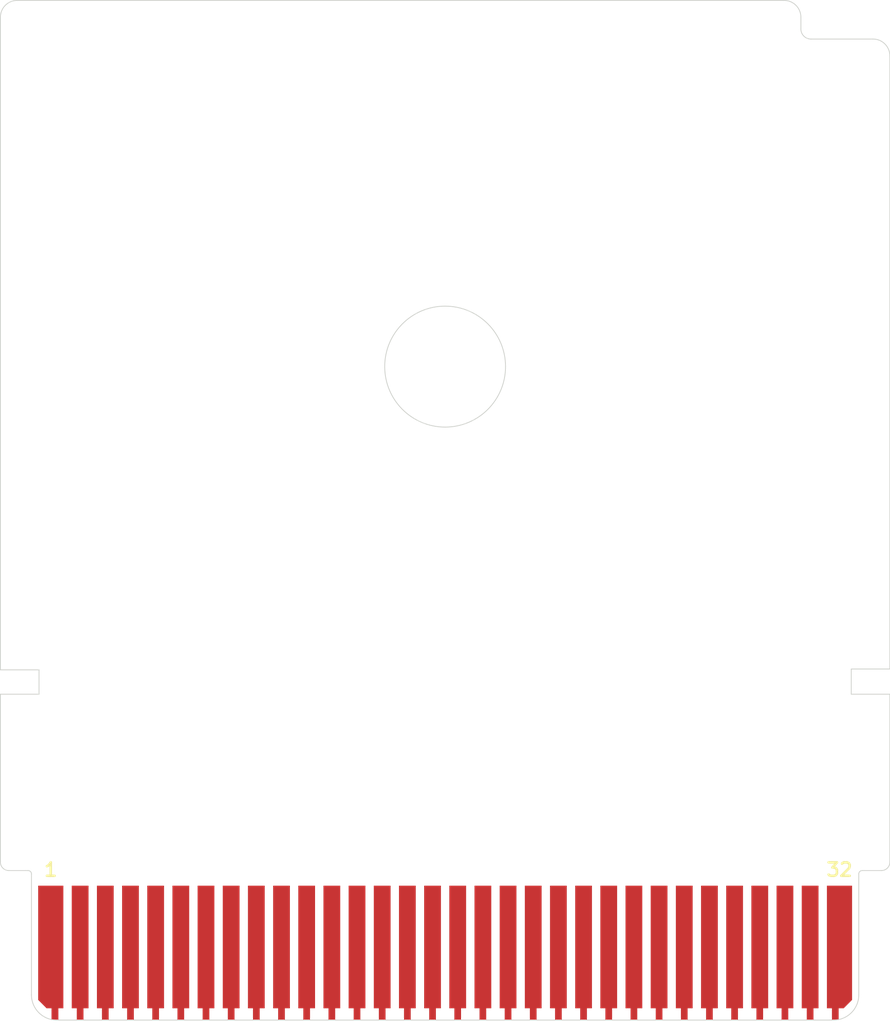
<source format=kicad_pcb>
(kicad_pcb (version 20171130) (host pcbnew "(5.1.6-0-10_14)")

  (general
    (thickness 0.8)
    (drawings 30)
    (tracks 0)
    (zones 0)
    (modules 1)
    (nets 33)
  )

  (page A4)
  (layers
    (0 F.Cu signal)
    (31 B.Cu signal)
    (32 B.Adhes user)
    (33 F.Adhes user)
    (34 B.Paste user)
    (35 F.Paste user)
    (36 B.SilkS user)
    (37 F.SilkS user)
    (38 B.Mask user hide)
    (39 F.Mask user hide)
    (40 Dwgs.User user)
    (41 Cmts.User user)
    (42 Eco1.User user)
    (43 Eco2.User user)
    (44 Edge.Cuts user)
    (45 Margin user)
    (46 B.CrtYd user)
    (47 F.CrtYd user)
    (48 B.Fab user)
    (49 F.Fab user hide)
  )

  (setup
    (last_trace_width 0.25)
    (trace_clearance 0.2)
    (zone_clearance 0.508)
    (zone_45_only no)
    (trace_min 0.2)
    (via_size 0.8)
    (via_drill 0.4)
    (via_min_size 0.4)
    (via_min_drill 0.3)
    (uvia_size 0.3)
    (uvia_drill 0.1)
    (uvias_allowed no)
    (uvia_min_size 0.2)
    (uvia_min_drill 0.1)
    (edge_width 0.05)
    (segment_width 0.2)
    (pcb_text_width 0.3)
    (pcb_text_size 1.5 1.5)
    (mod_edge_width 0.12)
    (mod_text_size 1 1)
    (mod_text_width 0.15)
    (pad_size 1.524 1.524)
    (pad_drill 0.762)
    (pad_to_mask_clearance 0.05)
    (aux_axis_origin 0 0)
    (visible_elements FFFFFF7F)
    (pcbplotparams
      (layerselection 0x010fc_ffffffff)
      (usegerberextensions false)
      (usegerberattributes true)
      (usegerberadvancedattributes true)
      (creategerberjobfile true)
      (excludeedgelayer true)
      (linewidth 0.100000)
      (plotframeref false)
      (viasonmask false)
      (mode 1)
      (useauxorigin false)
      (hpglpennumber 1)
      (hpglpenspeed 20)
      (hpglpendiameter 15.000000)
      (psnegative false)
      (psa4output false)
      (plotreference true)
      (plotvalue true)
      (plotinvisibletext false)
      (padsonsilk false)
      (subtractmaskfromsilk false)
      (outputformat 1)
      (mirror false)
      (drillshape 1)
      (scaleselection 1)
      (outputdirectory ""))
  )

  (net 0 "")
  (net 1 "Net-(J1-Pad32)")
  (net 2 "Net-(J1-Pad1)")
  (net 3 "Net-(J1-Pad31)")
  (net 4 "Net-(J1-Pad30)")
  (net 5 "Net-(J1-Pad29)")
  (net 6 "Net-(J1-Pad28)")
  (net 7 "Net-(J1-Pad27)")
  (net 8 "Net-(J1-Pad26)")
  (net 9 "Net-(J1-Pad25)")
  (net 10 "Net-(J1-Pad24)")
  (net 11 "Net-(J1-Pad23)")
  (net 12 "Net-(J1-Pad22)")
  (net 13 "Net-(J1-Pad21)")
  (net 14 "Net-(J1-Pad20)")
  (net 15 "Net-(J1-Pad19)")
  (net 16 "Net-(J1-Pad18)")
  (net 17 "Net-(J1-Pad17)")
  (net 18 "Net-(J1-Pad16)")
  (net 19 "Net-(J1-Pad15)")
  (net 20 "Net-(J1-Pad14)")
  (net 21 "Net-(J1-Pad13)")
  (net 22 "Net-(J1-Pad12)")
  (net 23 "Net-(J1-Pad11)")
  (net 24 "Net-(J1-Pad10)")
  (net 25 "Net-(J1-Pad9)")
  (net 26 "Net-(J1-Pad8)")
  (net 27 "Net-(J1-Pad7)")
  (net 28 "Net-(J1-Pad6)")
  (net 29 "Net-(J1-Pad5)")
  (net 30 "Net-(J1-Pad4)")
  (net 31 "Net-(J1-Pad3)")
  (net 32 "Net-(J1-Pad2)")

  (net_class Default "This is the default net class."
    (clearance 0.2)
    (trace_width 0.25)
    (via_dia 0.8)
    (via_drill 0.4)
    (uvia_dia 0.3)
    (uvia_drill 0.1)
    (add_net "Net-(J1-Pad1)")
    (add_net "Net-(J1-Pad10)")
    (add_net "Net-(J1-Pad11)")
    (add_net "Net-(J1-Pad12)")
    (add_net "Net-(J1-Pad13)")
    (add_net "Net-(J1-Pad14)")
    (add_net "Net-(J1-Pad15)")
    (add_net "Net-(J1-Pad16)")
    (add_net "Net-(J1-Pad17)")
    (add_net "Net-(J1-Pad18)")
    (add_net "Net-(J1-Pad19)")
    (add_net "Net-(J1-Pad2)")
    (add_net "Net-(J1-Pad20)")
    (add_net "Net-(J1-Pad21)")
    (add_net "Net-(J1-Pad22)")
    (add_net "Net-(J1-Pad23)")
    (add_net "Net-(J1-Pad24)")
    (add_net "Net-(J1-Pad25)")
    (add_net "Net-(J1-Pad26)")
    (add_net "Net-(J1-Pad27)")
    (add_net "Net-(J1-Pad28)")
    (add_net "Net-(J1-Pad29)")
    (add_net "Net-(J1-Pad3)")
    (add_net "Net-(J1-Pad30)")
    (add_net "Net-(J1-Pad31)")
    (add_net "Net-(J1-Pad32)")
    (add_net "Net-(J1-Pad4)")
    (add_net "Net-(J1-Pad5)")
    (add_net "Net-(J1-Pad6)")
    (add_net "Net-(J1-Pad7)")
    (add_net "Net-(J1-Pad8)")
    (add_net "Net-(J1-Pad9)")
  )

  (module Connector_GameBoy:GameBoy_GamePak_DMG-09_P1.50mm_Edge (layer F.Cu) (tedit 5EDD64FD) (tstamp 5EDD6660)
    (at 150 130.8)
    (descr "Game Boy Game Pak (DMG) edge connector")
    (tags "game boy game pak dmg edge connector")
    (path /5EDD4475)
    (fp_text reference J1 (at -22.05 -9) (layer F.Fab) hide
      (effects (font (size 1 1) (thickness 0.15)) (justify left))
    )
    (fp_text value GameBoy_GamePak_DMG-09 (at 0 1.5) (layer F.Fab) hide
      (effects (font (size 1 1) (thickness 0.15)))
    )
    (fp_line (start -24.65 -1.5) (end -24.65 -8.7) (layer F.Fab) (width 0.05))
    (fp_line (start 24.85 -8.9) (end 25 -8.9) (layer F.Fab) (width 0.05))
    (fp_line (start -25 -8.9) (end -24.85 -8.9) (layer F.Fab) (width 0.05))
    (fp_line (start 24.65 -1.5) (end 24.65 -8.7) (layer F.Fab) (width 0.05))
    (fp_poly (pts (xy 24.9 -0.7) (xy -24.9 -0.7) (xy -24.9 -7) (xy 24.9 -7)) (layer F.Mask) (width 0))
    (fp_line (start -23.15 0) (end 23.15 0) (layer F.Fab) (width 0.05))
    (fp_poly (pts (xy -23.05 0) (xy -23.45 0) (xy -23.45 -0.7) (xy -23.05 -0.7)) (layer F.Cu) (width 0))
    (fp_arc (start 24.85 -8.7) (end 24.85 -8.9) (angle -90) (layer F.Fab) (width 0.05))
    (fp_arc (start 25 -9.4) (end 25 -8.9) (angle -90) (layer F.Fab) (width 0.05))
    (fp_arc (start -24.85 -8.7) (end -24.65 -8.7) (angle -90) (layer F.Fab) (width 0.05))
    (fp_arc (start -25 -9.4) (end -25.5 -9.4) (angle -90) (layer F.Fab) (width 0.05))
    (fp_text user 32 (at 23.5 -8.95) (layer F.SilkS)
      (effects (font (size 0.8 0.8) (thickness 0.15)))
    )
    (fp_arc (start 23.15 -1.5) (end 23.15 0) (angle -90) (layer F.Fab) (width 0.05))
    (fp_arc (start -23.15 -1.5) (end -24.65 -1.5) (angle -90) (layer F.Fab) (width 0.05))
    (fp_text user 1 (at -23.5 -8.95) (layer F.SilkS)
      (effects (font (size 0.8 0.8) (thickness 0.15)))
    )
    (pad 32 smd custom (at 23.5 -7.5) (size 1 1) (layers F.Cu)
      (net 1 "Net-(J1-Pad32)") (zone_connect 0)
      (options (clearance outline) (anchor rect))
      (primitives
        (gr_poly (pts
           (xy -0.75 6.8) (xy -0.75 -0.5) (xy 0.75 -0.5) (xy 0.75 6.3) (xy 0.25 6.8)
           (xy -0.05 6.8) (xy -0.05 7.5) (xy -0.45 7.5) (xy -0.45 6.8)) (width 0))
      ))
    (pad 1 smd custom (at -23.5 -7.5) (size 1 1) (layers F.Cu)
      (net 2 "Net-(J1-Pad1)") (zone_connect 0)
      (options (clearance outline) (anchor rect))
      (primitives
        (gr_poly (pts
           (xy -0.75 6.3) (xy -0.75 -0.5) (xy 0.75 -0.5) (xy 0.75 6.8) (xy 0.45 6.8)
           (xy 0.45 7.5) (xy 0.05 7.5) (xy 0.05 6.8) (xy -0.25 6.8)) (width 0))
      ))
    (pad 31 smd custom (at 21.75 -7.5) (size 1 1) (layers F.Cu)
      (net 3 "Net-(J1-Pad31)")
      (options (clearance outline) (anchor rect))
      (primitives
        (gr_poly (pts
           (xy 0.5 6.8) (xy 0.2 6.8) (xy 0.2 7.5) (xy -0.2 7.5) (xy -0.2 6.8)
           (xy -0.5 6.8) (xy -0.5 0.5) (xy 0.5 0.5)) (width 0))
      ))
    (pad 30 smd custom (at 20.25 -7.5) (size 1 1) (layers F.Cu)
      (net 4 "Net-(J1-Pad30)")
      (options (clearance outline) (anchor rect))
      (primitives
        (gr_poly (pts
           (xy 0.5 6.8) (xy 0.2 6.8) (xy 0.2 7.5) (xy -0.2 7.5) (xy -0.2 6.8)
           (xy -0.5 6.8) (xy -0.5 0.5) (xy 0.5 0.5)) (width 0))
      ))
    (pad 29 smd custom (at 18.75 -7.5) (size 1 1) (layers F.Cu)
      (net 5 "Net-(J1-Pad29)")
      (options (clearance outline) (anchor rect))
      (primitives
        (gr_poly (pts
           (xy 0.5 6.8) (xy 0.2 6.8) (xy 0.2 7.5) (xy -0.2 7.5) (xy -0.2 6.8)
           (xy -0.5 6.8) (xy -0.5 0.5) (xy 0.5 0.5)) (width 0))
      ))
    (pad 28 smd custom (at 17.25 -7.5) (size 1 1) (layers F.Cu)
      (net 6 "Net-(J1-Pad28)")
      (options (clearance outline) (anchor rect))
      (primitives
        (gr_poly (pts
           (xy 0.5 6.8) (xy 0.2 6.8) (xy 0.2 7.5) (xy -0.2 7.5) (xy -0.2 6.8)
           (xy -0.5 6.8) (xy -0.5 0.5) (xy 0.5 0.5)) (width 0))
      ))
    (pad 27 smd custom (at 15.75 -7.5) (size 1 1) (layers F.Cu)
      (net 7 "Net-(J1-Pad27)")
      (options (clearance outline) (anchor rect))
      (primitives
        (gr_poly (pts
           (xy 0.5 6.8) (xy 0.2 6.8) (xy 0.2 7.5) (xy -0.2 7.5) (xy -0.2 6.8)
           (xy -0.5 6.8) (xy -0.5 0.5) (xy 0.5 0.5)) (width 0))
      ))
    (pad 26 smd custom (at 14.25 -7.5) (size 1 1) (layers F.Cu)
      (net 8 "Net-(J1-Pad26)")
      (options (clearance outline) (anchor rect))
      (primitives
        (gr_poly (pts
           (xy 0.5 6.8) (xy 0.2 6.8) (xy 0.2 7.5) (xy -0.2 7.5) (xy -0.2 6.8)
           (xy -0.5 6.8) (xy -0.5 0.5) (xy 0.5 0.5)) (width 0))
      ))
    (pad 25 smd custom (at 12.75 -7.5) (size 1 1) (layers F.Cu)
      (net 9 "Net-(J1-Pad25)")
      (options (clearance outline) (anchor rect))
      (primitives
        (gr_poly (pts
           (xy 0.5 6.8) (xy 0.2 6.8) (xy 0.2 7.5) (xy -0.2 7.5) (xy -0.2 6.8)
           (xy -0.5 6.8) (xy -0.5 0.5) (xy 0.5 0.5)) (width 0))
      ))
    (pad 24 smd custom (at 11.25 -7.5) (size 1 1) (layers F.Cu)
      (net 10 "Net-(J1-Pad24)")
      (options (clearance outline) (anchor rect))
      (primitives
        (gr_poly (pts
           (xy 0.5 6.8) (xy 0.2 6.8) (xy 0.2 7.5) (xy -0.2 7.5) (xy -0.2 6.8)
           (xy -0.5 6.8) (xy -0.5 0.5) (xy 0.5 0.5)) (width 0))
      ))
    (pad 23 smd custom (at 9.75 -7.5) (size 1 1) (layers F.Cu)
      (net 11 "Net-(J1-Pad23)")
      (options (clearance outline) (anchor rect))
      (primitives
        (gr_poly (pts
           (xy 0.5 6.8) (xy 0.2 6.8) (xy 0.2 7.5) (xy -0.2 7.5) (xy -0.2 6.8)
           (xy -0.5 6.8) (xy -0.5 0.5) (xy 0.5 0.5)) (width 0))
      ))
    (pad 22 smd custom (at 8.25 -7.5) (size 1 1) (layers F.Cu)
      (net 12 "Net-(J1-Pad22)")
      (options (clearance outline) (anchor rect))
      (primitives
        (gr_poly (pts
           (xy 0.5 6.8) (xy 0.2 6.8) (xy 0.2 7.5) (xy -0.2 7.5) (xy -0.2 6.8)
           (xy -0.5 6.8) (xy -0.5 0.5) (xy 0.5 0.5)) (width 0))
      ))
    (pad 21 smd custom (at 6.75 -7.5) (size 1 1) (layers F.Cu)
      (net 13 "Net-(J1-Pad21)")
      (options (clearance outline) (anchor rect))
      (primitives
        (gr_poly (pts
           (xy 0.5 6.8) (xy 0.2 6.8) (xy 0.2 7.5) (xy -0.2 7.5) (xy -0.2 6.8)
           (xy -0.5 6.8) (xy -0.5 0.5) (xy 0.5 0.5)) (width 0))
      ))
    (pad 20 smd custom (at 5.25 -7.5) (size 1 1) (layers F.Cu)
      (net 14 "Net-(J1-Pad20)")
      (options (clearance outline) (anchor rect))
      (primitives
        (gr_poly (pts
           (xy 0.5 6.8) (xy 0.2 6.8) (xy 0.2 7.5) (xy -0.2 7.5) (xy -0.2 6.8)
           (xy -0.5 6.8) (xy -0.5 0.5) (xy 0.5 0.5)) (width 0))
      ))
    (pad 19 smd custom (at 3.75 -7.5) (size 1 1) (layers F.Cu)
      (net 15 "Net-(J1-Pad19)")
      (options (clearance outline) (anchor rect))
      (primitives
        (gr_poly (pts
           (xy 0.5 6.8) (xy 0.2 6.8) (xy 0.2 7.5) (xy -0.2 7.5) (xy -0.2 6.8)
           (xy -0.5 6.8) (xy -0.5 0.5) (xy 0.5 0.5)) (width 0))
      ))
    (pad 18 smd custom (at 2.25 -7.5) (size 1 1) (layers F.Cu)
      (net 16 "Net-(J1-Pad18)")
      (options (clearance outline) (anchor rect))
      (primitives
        (gr_poly (pts
           (xy 0.5 6.8) (xy 0.2 6.8) (xy 0.2 7.5) (xy -0.2 7.5) (xy -0.2 6.8)
           (xy -0.5 6.8) (xy -0.5 0.5) (xy 0.5 0.5)) (width 0))
      ))
    (pad 17 smd custom (at 0.75 -7.5) (size 1 1) (layers F.Cu)
      (net 17 "Net-(J1-Pad17)")
      (options (clearance outline) (anchor rect))
      (primitives
        (gr_poly (pts
           (xy 0.5 6.8) (xy 0.2 6.8) (xy 0.2 7.5) (xy -0.2 7.5) (xy -0.2 6.8)
           (xy -0.5 6.8) (xy -0.5 0.5) (xy 0.5 0.5)) (width 0))
      ))
    (pad 16 smd custom (at -0.75 -7.5) (size 1 1) (layers F.Cu)
      (net 18 "Net-(J1-Pad16)")
      (options (clearance outline) (anchor rect))
      (primitives
        (gr_poly (pts
           (xy 0.5 6.8) (xy 0.2 6.8) (xy 0.2 7.5) (xy -0.2 7.5) (xy -0.2 6.8)
           (xy -0.5 6.8) (xy -0.5 0.5) (xy 0.5 0.5)) (width 0))
      ))
    (pad 15 smd custom (at -2.25 -7.5) (size 1 1) (layers F.Cu)
      (net 19 "Net-(J1-Pad15)")
      (options (clearance outline) (anchor rect))
      (primitives
        (gr_poly (pts
           (xy 0.5 6.8) (xy 0.2 6.8) (xy 0.2 7.5) (xy -0.2 7.5) (xy -0.2 6.8)
           (xy -0.5 6.8) (xy -0.5 0.5) (xy 0.5 0.5)) (width 0))
      ))
    (pad 14 smd custom (at -3.75 -7.5) (size 1 1) (layers F.Cu)
      (net 20 "Net-(J1-Pad14)")
      (options (clearance outline) (anchor rect))
      (primitives
        (gr_poly (pts
           (xy 0.5 6.8) (xy 0.2 6.8) (xy 0.2 7.5) (xy -0.2 7.5) (xy -0.2 6.8)
           (xy -0.5 6.8) (xy -0.5 0.5) (xy 0.5 0.5)) (width 0))
      ))
    (pad 13 smd custom (at -5.25 -7.5) (size 1 1) (layers F.Cu)
      (net 21 "Net-(J1-Pad13)")
      (options (clearance outline) (anchor rect))
      (primitives
        (gr_poly (pts
           (xy 0.5 6.8) (xy 0.2 6.8) (xy 0.2 7.5) (xy -0.2 7.5) (xy -0.2 6.8)
           (xy -0.5 6.8) (xy -0.5 0.5) (xy 0.5 0.5)) (width 0))
      ))
    (pad 12 smd custom (at -6.75 -7.5) (size 1 1) (layers F.Cu)
      (net 22 "Net-(J1-Pad12)")
      (options (clearance outline) (anchor rect))
      (primitives
        (gr_poly (pts
           (xy 0.5 6.8) (xy 0.2 6.8) (xy 0.2 7.5) (xy -0.2 7.5) (xy -0.2 6.8)
           (xy -0.5 6.8) (xy -0.5 0.5) (xy 0.5 0.5)) (width 0))
      ))
    (pad 11 smd custom (at -8.25 -7.5) (size 1 1) (layers F.Cu)
      (net 23 "Net-(J1-Pad11)")
      (options (clearance outline) (anchor rect))
      (primitives
        (gr_poly (pts
           (xy 0.5 6.8) (xy 0.2 6.8) (xy 0.2 7.5) (xy -0.2 7.5) (xy -0.2 6.8)
           (xy -0.5 6.8) (xy -0.5 0.5) (xy 0.5 0.5)) (width 0))
      ))
    (pad 10 smd custom (at -9.75 -7.5) (size 1 1) (layers F.Cu)
      (net 24 "Net-(J1-Pad10)")
      (options (clearance outline) (anchor rect))
      (primitives
        (gr_poly (pts
           (xy 0.5 6.8) (xy 0.2 6.8) (xy 0.2 7.5) (xy -0.2 7.5) (xy -0.2 6.8)
           (xy -0.5 6.8) (xy -0.5 0.5) (xy 0.5 0.5)) (width 0))
      ))
    (pad 9 smd custom (at -11.25 -7.5) (size 1 1) (layers F.Cu)
      (net 25 "Net-(J1-Pad9)")
      (options (clearance outline) (anchor rect))
      (primitives
        (gr_poly (pts
           (xy 0.5 6.8) (xy 0.2 6.8) (xy 0.2 7.5) (xy -0.2 7.5) (xy -0.2 6.8)
           (xy -0.5 6.8) (xy -0.5 0.5) (xy 0.5 0.5)) (width 0))
      ))
    (pad 8 smd custom (at -12.75 -7.5) (size 1 1) (layers F.Cu)
      (net 26 "Net-(J1-Pad8)")
      (options (clearance outline) (anchor rect))
      (primitives
        (gr_poly (pts
           (xy 0.5 6.8) (xy 0.2 6.8) (xy 0.2 7.5) (xy -0.2 7.5) (xy -0.2 6.8)
           (xy -0.5 6.8) (xy -0.5 0.5) (xy 0.5 0.5)) (width 0))
      ))
    (pad 7 smd custom (at -14.25 -7.5) (size 1 1) (layers F.Cu)
      (net 27 "Net-(J1-Pad7)")
      (options (clearance outline) (anchor rect))
      (primitives
        (gr_poly (pts
           (xy 0.5 6.8) (xy 0.2 6.8) (xy 0.2 7.5) (xy -0.2 7.5) (xy -0.2 6.8)
           (xy -0.5 6.8) (xy -0.5 0.5) (xy 0.5 0.5)) (width 0))
      ))
    (pad 6 smd custom (at -15.75 -7.5) (size 1 1) (layers F.Cu)
      (net 28 "Net-(J1-Pad6)")
      (options (clearance outline) (anchor rect))
      (primitives
        (gr_poly (pts
           (xy 0.5 6.8) (xy 0.2 6.8) (xy 0.2 7.5) (xy -0.2 7.5) (xy -0.2 6.8)
           (xy -0.5 6.8) (xy -0.5 0.5) (xy 0.5 0.5)) (width 0))
      ))
    (pad 5 smd custom (at -17.25 -7.5) (size 1 1) (layers F.Cu)
      (net 29 "Net-(J1-Pad5)")
      (options (clearance outline) (anchor rect))
      (primitives
        (gr_poly (pts
           (xy 0.5 6.8) (xy 0.2 6.8) (xy 0.2 7.5) (xy -0.2 7.5) (xy -0.2 6.8)
           (xy -0.5 6.8) (xy -0.5 0.5) (xy 0.5 0.5)) (width 0))
      ))
    (pad 4 smd custom (at -18.75 -7.5) (size 1 1) (layers F.Cu)
      (net 30 "Net-(J1-Pad4)")
      (options (clearance outline) (anchor rect))
      (primitives
        (gr_poly (pts
           (xy 0.5 6.8) (xy 0.2 6.8) (xy 0.2 7.5) (xy -0.2 7.5) (xy -0.2 6.8)
           (xy -0.5 6.8) (xy -0.5 0.5) (xy 0.5 0.5)) (width 0))
      ))
    (pad 3 smd custom (at -20.25 -7.5) (size 1 1) (layers F.Cu)
      (net 31 "Net-(J1-Pad3)")
      (options (clearance outline) (anchor rect))
      (primitives
        (gr_poly (pts
           (xy 0.5 6.8) (xy 0.2 6.8) (xy 0.2 7.5) (xy -0.2 7.5) (xy -0.2 6.8)
           (xy -0.5 6.8) (xy -0.5 0.5) (xy 0.5 0.5)) (width 0))
      ))
    (pad 2 smd custom (at -21.75 -7.5) (size 1 1) (layers F.Cu)
      (net 32 "Net-(J1-Pad2)")
      (options (clearance outline) (anchor rect))
      (primitives
        (gr_poly (pts
           (xy 0.5 6.8) (xy 0.2 6.8) (xy 0.2 7.5) (xy -0.2 7.5) (xy -0.2 6.8)
           (xy -0.5 6.8) (xy -0.5 0.5) (xy 0.5 0.5)) (width 0))
      ))
  )

  (gr_arc (start 124 121.4) (end 123.5 121.4) (angle -90) (layer Edge.Cuts) (width 0.05) (tstamp 5F455F10))
  (gr_arc (start 175.5 73.4) (end 176.5 73.4) (angle -90) (layer Edge.Cuts) (width 0.05) (tstamp 5F4563BD))
  (gr_line (start 176.5 73.4) (end 176.5 109.9) (layer Edge.Cuts) (width 0.05) (tstamp 5F4563A7))
  (gr_line (start 123.5 71.1) (end 123.5 109.95) (layer Edge.Cuts) (width 0.05) (tstamp 5F45639F))
  (gr_arc (start 176 121.4) (end 176 121.9) (angle -90) (layer Edge.Cuts) (width 0.05) (tstamp 5F4560C7))
  (gr_line (start 176.5 111.4) (end 174.2 111.4) (layer Edge.Cuts) (width 0.05) (tstamp 5F4560C5))
  (gr_line (start 174.2 111.4) (end 174.2 109.9) (layer Edge.Cuts) (width 0.05) (tstamp 5F4560C4))
  (gr_line (start 174.2 109.9) (end 176.5 109.9) (layer Edge.Cuts) (width 0.05) (tstamp 5F4560C3))
  (gr_line (start 176.5 111.4) (end 176.5 121.4) (layer Edge.Cuts) (width 0.05) (tstamp 5F4560C2))
  (gr_line (start 174.85 121.9) (end 176 121.9) (layer Edge.Cuts) (width 0.05) (tstamp 5F4560C1))
  (gr_arc (start 125.15 122.1) (end 125.35 122.1) (angle -90) (layer Edge.Cuts) (width 0.05) (tstamp 5F456053))
  (gr_line (start 123.5 111.4) (end 125.8 111.4) (layer Edge.Cuts) (width 0.05) (tstamp 5F455F0F))
  (gr_line (start 125.8 111.4) (end 125.8 109.95) (layer Edge.Cuts) (width 0.05) (tstamp 5F455F0E))
  (gr_line (start 125.8 109.95) (end 123.5 109.95) (layer Edge.Cuts) (width 0.05) (tstamp 5F455F0D))
  (gr_line (start 123.5 111.4) (end 123.5 121.4) (layer Edge.Cuts) (width 0.05) (tstamp 5F455F0C))
  (gr_line (start 124 121.9) (end 125.15 121.9) (layer Edge.Cuts) (width 0.05) (tstamp 5F455F0B))
  (gr_circle (center 150 91.9) (end 150 95.5) (layer Edge.Cuts) (width 0.05) (tstamp 5F455668))
  (gr_line (start 125.35 129.3) (end 125.35 122.1) (layer Edge.Cuts) (width 0.05) (tstamp 5EDBF172))
  (gr_circle (center 202.4 90) (end 203.65 90) (layer F.Fab) (width 0.05) (tstamp 5F455682))
  (gr_arc (start 126.85 129.3) (end 125.35 129.3) (angle -90) (layer Edge.Cuts) (width 0.05) (tstamp 5EDBF175))
  (gr_arc (start 173.15 129.3) (end 173.15 130.8) (angle -90) (layer Edge.Cuts) (width 0.05) (tstamp 5EDBF174))
  (gr_arc (start 124.5 71.1) (end 124.5 70.1) (angle -90) (layer Edge.Cuts) (width 0.05) (tstamp 5EDBF173))
  (gr_arc (start 174.85 122.1) (end 174.85 121.9) (angle -90) (layer Edge.Cuts) (width 0.05) (tstamp 5EDBF171))
  (gr_line (start 124.5 70.1) (end 170.2 70.1) (layer Edge.Cuts) (width 0.05) (tstamp 5EDBF16E))
  (gr_line (start 173.15 130.8) (end 126.85 130.8) (layer Edge.Cuts) (width 0.05) (tstamp 5EDBF16B))
  (gr_line (start 174.65 129.3) (end 174.65 122.1) (layer Edge.Cuts) (width 0.05) (tstamp 5EDBF16A))
  (gr_line (start 171.2 71.1) (end 171.2 71.8) (layer Edge.Cuts) (width 0.05) (tstamp 5EDBF166))
  (gr_line (start 171.8 72.4) (end 175.5 72.4) (layer Edge.Cuts) (width 0.05) (tstamp 5EDBF165))
  (gr_arc (start 170.2 71.1) (end 171.2 71.1) (angle -90) (layer Edge.Cuts) (width 0.05) (tstamp 5EDBF164))
  (gr_arc (start 171.8 71.8) (end 171.2 71.8) (angle -90) (layer Edge.Cuts) (width 0.05) (tstamp 5EDBF163))

)

</source>
